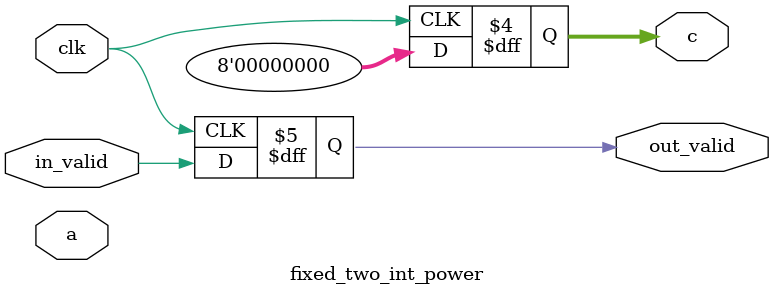
<source format=sv>
`timescale 1ns / 1ps


module fixed_two_int_power
#(parameter BITS = 8, PRECISION = "FIXED_4_4")
(
input clk,                    
input in_valid,               
input signed [BITS-1:0] a,    
output reg out_valid,         
output reg signed [BITS-1:0] c
);

parameter FRACTION = 10 * (PRECISION[15:8] - 8'h30) + PRECISION[7:0] - 8'h30;

always @(posedge clk)
  out_valid <= in_valid;
  
always @(posedge clk)
  c <= {1 << a[BITS-1:FRACTION],{FRACTION{1'b0}}};
  
endmodule

</source>
